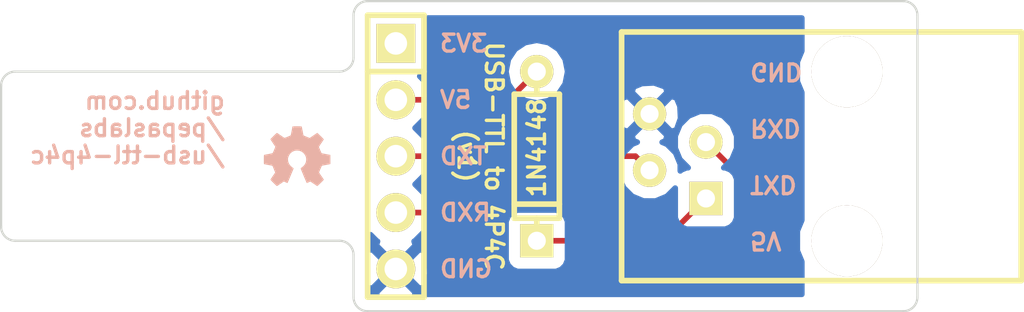
<source format=kicad_pcb>
(kicad_pcb (version 3) (host pcbnew "(22-Jun-2014 BZR 4027)-stable")

  (general
    (links 5)
    (no_connects 0)
    (area 156.159999 104.089999 197.535001 118.160001)
    (thickness 1.6)
    (drawings 27)
    (tracks 12)
    (zones 0)
    (modules 4)
    (nets 6)
  )

  (page A3)
  (layers
    (15 F.Cu signal)
    (2 Inner2.Cu signal)
    (1 Inner1.Cu signal)
    (0 B.Cu signal)
    (16 B.Adhes user)
    (17 F.Adhes user)
    (18 B.Paste user)
    (19 F.Paste user)
    (20 B.SilkS user)
    (21 F.SilkS user)
    (22 B.Mask user)
    (23 F.Mask user)
    (24 Dwgs.User user)
    (25 Cmts.User user)
    (26 Eco1.User user)
    (27 Eco2.User user)
    (28 Edge.Cuts user)
  )

  (setup
    (last_trace_width 0.254)
    (user_trace_width 0.254)
    (user_trace_width 0.508)
    (user_trace_width 0.762)
    (user_trace_width 1.016)
    (trace_clearance 0.254)
    (zone_clearance 0.508)
    (zone_45_only no)
    (trace_min 0.254)
    (segment_width 0.2)
    (edge_width 0.1)
    (via_size 0.889)
    (via_drill 0.635)
    (via_min_size 0.889)
    (via_min_drill 0.508)
    (uvia_size 0.508)
    (uvia_drill 0.127)
    (uvias_allowed no)
    (uvia_min_size 0.508)
    (uvia_min_drill 0.127)
    (pcb_text_width 0.3)
    (pcb_text_size 1.5 1.5)
    (mod_edge_width 0.254)
    (mod_text_size 1 1)
    (mod_text_width 0.15)
    (pad_size 0.8128 0.8128)
    (pad_drill 0.4064)
    (pad_to_mask_clearance 0)
    (aux_axis_origin 0 0)
    (visible_elements 7FFFFFFF)
    (pcbplotparams
      (layerselection 284196865)
      (usegerberextensions true)
      (excludeedgelayer true)
      (linewidth 0.150000)
      (plotframeref false)
      (viasonmask false)
      (mode 1)
      (useauxorigin false)
      (hpglpennumber 1)
      (hpglpenspeed 20)
      (hpglpendiameter 15)
      (hpglpenoverlay 2)
      (psnegative false)
      (psa4output false)
      (plotreference true)
      (plotvalue true)
      (plotothertext true)
      (plotinvisibletext false)
      (padsonsilk false)
      (subtractmaskfromsilk false)
      (outputformat 1)
      (mirror false)
      (drillshape 0)
      (scaleselection 1)
      (outputdirectory gerbers))
  )

  (net 0 "")
  (net 1 5V)
  (net 2 GND)
  (net 3 N-000006)
  (net 4 RXD)
  (net 5 TXD)

  (net_class Default "This is the default net class."
    (clearance 0.254)
    (trace_width 0.254)
    (via_dia 0.889)
    (via_drill 0.635)
    (uvia_dia 0.508)
    (uvia_drill 0.127)
    (add_net "")
    (add_net 5V)
    (add_net GND)
    (add_net N-000006)
    (add_net RXD)
    (add_net TXD)
  )

  (module SIL-5 (layer F.Cu) (tedit 5A6DDA2A) (tstamp 5AC4725F)
    (at 173.99 108.585 270)
    (descr "Connecteurs 1 pin")
    (tags "CONN DEV")
    (path /5AC4711A)
    (fp_text reference P1 (at 1.27 2.54 270) (layer F.SilkS) hide
      (effects (font (size 0.762 0.762) (thickness 0.1524)))
    )
    (fp_text value CONN_5X1 (at 1.27 -2.54 270) (layer F.SilkS) hide
      (effects (font (size 0.762 0.762) (thickness 0.1524)))
    )
    (fp_line (start -3.81 1.27) (end 8.89 1.27) (layer F.SilkS) (width 0.254))
    (fp_line (start -3.81 -1.27) (end 8.89 -1.27) (layer F.SilkS) (width 0.254))
    (fp_line (start -1.27 -1.27) (end -1.27 1.27) (layer F.SilkS) (width 0.254))
    (fp_line (start 8.89 -1.27) (end 8.89 1.27) (layer F.SilkS) (width 0.254))
    (fp_line (start -3.81 1.27) (end -3.81 -1.27) (layer F.SilkS) (width 0.254))
    (pad 1 thru_hole rect (at -2.54 0 270) (size 1.7526 1.7526) (drill 1.016)
      (layers *.Cu *.Mask F.SilkS)
    )
    (pad 2 thru_hole circle (at 0 0 270) (size 1.7526 1.7526) (drill 1.016)
      (layers *.Cu *.Mask F.SilkS)
      (net 1 5V)
    )
    (pad 3 thru_hole circle (at 2.54 0 270) (size 1.7526 1.7526) (drill 1.016)
      (layers *.Cu *.Mask F.SilkS)
      (net 5 TXD)
    )
    (pad 4 thru_hole circle (at 5.08 0 270) (size 1.7526 1.7526) (drill 1.016)
      (layers *.Cu *.Mask F.SilkS)
      (net 4 RXD)
    )
    (pad 5 thru_hole circle (at 7.62 0 270) (size 1.7526 1.7526) (drill 1.016)
      (layers *.Cu *.Mask F.SilkS)
      (net 2 GND)
    )
  )

  (module A-2004-3-4-LP-N-R_059A (layer F.Cu) (tedit 5AC569CC) (tstamp 5AC4726E)
    (at 187.96 113.03 90)
    (path /5AC4710B)
    (fp_text reference J1 (at 1.905 6.35 90) (layer F.SilkS) hide
      (effects (font (size 1.016 1.016) (thickness 0.2032)))
    )
    (fp_text value 4P4C (at 1.905 -4.572 90) (layer F.SilkS) hide
      (effects (font (size 0.762 0.762) (thickness 0.1524)))
    )
    (fp_text user 4P4C (at 1.905 4.445 90) (layer F.SilkS) hide
      (effects (font (size 1.016 1.016) (thickness 0.2032)))
    )
    (fp_line (start -3.7 -3.8) (end -3.7 14.2) (layer F.SilkS) (width 0.254))
    (fp_line (start 7.5 -3.8) (end 7.5 14.2) (layer F.SilkS) (width 0.254))
    (fp_line (start -3.7 -3.8) (end 7.5 -3.8) (layer F.SilkS) (width 0.254))
    (fp_line (start -3.7 14.2) (end 7.5 14.2) (layer F.SilkS) (width 0.254))
    (pad 2 thru_hole circle (at 1.27 -2.54 90) (size 1.4986 1.4986) (drill 0.8128)
      (layers *.Cu *.Mask F.SilkS)
      (net 5 TXD)
    )
    (pad 4 thru_hole circle (at 3.81 -2.54 90) (size 1.4986 1.4986) (drill 0.8128)
      (layers *.Cu *.Mask F.SilkS)
      (net 2 GND)
    )
    (pad 1 thru_hole rect (at 0 0 90) (size 1.4986 1.4986) (drill 0.8128)
      (layers *.Cu *.Mask F.SilkS)
      (net 3 N-000006)
    )
    (pad 3 thru_hole circle (at 2.54 0 90) (size 1.4986 1.4986) (drill 0.8128)
      (layers *.Cu *.Mask F.SilkS)
      (net 4 RXD)
    )
    (pad "" thru_hole circle (at 5.71 6.35 90) (size 3.2 3.2) (drill 3.2)
      (layers *.Cu *.Mask F.SilkS)
    )
    (pad "" thru_hole circle (at -1.91 6.35 90) (size 3.2 3.2) (drill 3.2)
      (layers *.Cu *.Mask F.SilkS)
    )
  )

  (module OSHW-logo_silkscreen-back_3mm (layer F.Cu) (tedit 0) (tstamp 5AC486DE)
    (at 169.545 111.125)
    (fp_text reference G*** (at 0 1.59004) (layer B.SilkS) hide
      (effects (font (size 0.13462 0.13462) (thickness 0.0254)))
    )
    (fp_text value OSHW-logo_silkscreen-back_3mm (at 0 -1.59004) (layer B.SilkS) hide
      (effects (font (size 0.13462 0.13462) (thickness 0.0254)))
    )
    (fp_poly (pts (xy 0.90932 1.3462) (xy 0.89154 1.33858) (xy 0.85852 1.31572) (xy 0.80772 1.2827)
      (xy 0.7493 1.2446) (xy 0.68834 1.20396) (xy 0.64008 1.17094) (xy 0.60452 1.14808)
      (xy 0.59182 1.14046) (xy 0.5842 1.143) (xy 0.55626 1.15824) (xy 0.51562 1.17856)
      (xy 0.49022 1.19126) (xy 0.45212 1.2065) (xy 0.43434 1.21158) (xy 0.4318 1.2065)
      (xy 0.41656 1.17602) (xy 0.39624 1.12776) (xy 0.3683 1.06172) (xy 0.33528 0.98552)
      (xy 0.29972 0.90424) (xy 0.2667 0.82042) (xy 0.23368 0.74168) (xy 0.2032 0.66802)
      (xy 0.18034 0.6096) (xy 0.1651 0.56896) (xy 0.15748 0.55118) (xy 0.16002 0.54864)
      (xy 0.1778 0.53086) (xy 0.21082 0.50546) (xy 0.28194 0.44704) (xy 0.35306 0.36068)
      (xy 0.39624 0.26162) (xy 0.40894 0.14986) (xy 0.39878 0.04826) (xy 0.35814 -0.04826)
      (xy 0.28956 -0.13716) (xy 0.20574 -0.2032) (xy 0.10922 -0.24384) (xy 0 -0.25654)
      (xy -0.10414 -0.24638) (xy -0.2032 -0.20574) (xy -0.2921 -0.1397) (xy -0.3302 -0.09652)
      (xy -0.381 -0.00508) (xy -0.41148 0.0889) (xy -0.41402 0.11176) (xy -0.40894 0.21844)
      (xy -0.37846 0.32004) (xy -0.32258 0.40894) (xy -0.24638 0.4826) (xy -0.23622 0.49022)
      (xy -0.20066 0.51816) (xy -0.17526 0.53594) (xy -0.15748 0.55118) (xy -0.2921 0.87376)
      (xy -0.31242 0.92456) (xy -0.35052 1.01346) (xy -0.381 1.08966) (xy -0.40894 1.15062)
      (xy -0.42672 1.19126) (xy -0.43434 1.2065) (xy -0.43434 1.2065) (xy -0.44704 1.20904)
      (xy -0.4699 1.20142) (xy -0.51562 1.17856) (xy -0.5461 1.16332) (xy -0.57912 1.14808)
      (xy -0.59436 1.14046) (xy -0.6096 1.14808) (xy -0.64262 1.1684) (xy -0.68834 1.20142)
      (xy -0.74676 1.23952) (xy -0.80264 1.27762) (xy -0.85344 1.31064) (xy -0.889 1.33604)
      (xy -0.90678 1.34366) (xy -0.90932 1.34366) (xy -0.9271 1.33604) (xy -0.95504 1.31064)
      (xy -0.99822 1.27) (xy -1.06172 1.20904) (xy -1.07188 1.19888) (xy -1.12268 1.14808)
      (xy -1.16332 1.10236) (xy -1.19126 1.07188) (xy -1.20142 1.05918) (xy -1.20142 1.05918)
      (xy -1.19126 1.0414) (xy -1.1684 1.0033) (xy -1.13538 0.9525) (xy -1.09474 0.89154)
      (xy -0.98806 0.7366) (xy -1.04648 0.59182) (xy -1.06426 0.5461) (xy -1.08712 0.49022)
      (xy -1.1049 0.45212) (xy -1.11252 0.43434) (xy -1.1303 0.42926) (xy -1.1684 0.4191)
      (xy -1.22682 0.40894) (xy -1.29794 0.39624) (xy -1.36398 0.38354) (xy -1.4224 0.37084)
      (xy -1.46558 0.36322) (xy -1.4859 0.36068) (xy -1.49098 0.3556) (xy -1.49352 0.34798)
      (xy -1.49606 0.32766) (xy -1.4986 0.28956) (xy -1.4986 0.23368) (xy -1.4986 0.14986)
      (xy -1.4986 0.14224) (xy -1.4986 0.0635) (xy -1.49606 0) (xy -1.49352 -0.0381)
      (xy -1.49098 -0.05588) (xy -1.49098 -0.05588) (xy -1.4732 -0.06096) (xy -1.43002 -0.06858)
      (xy -1.3716 -0.08128) (xy -1.30048 -0.09398) (xy -1.2954 -0.09398) (xy -1.22428 -0.10922)
      (xy -1.16586 -0.12192) (xy -1.12268 -0.12954) (xy -1.1049 -0.13716) (xy -1.10236 -0.14224)
      (xy -1.08712 -0.17018) (xy -1.0668 -0.21336) (xy -1.04394 -0.2667) (xy -1.02108 -0.32258)
      (xy -1.00076 -0.37338) (xy -0.98806 -0.40894) (xy -0.98298 -0.42672) (xy -0.98298 -0.42672)
      (xy -0.99314 -0.4445) (xy -1.01854 -0.48006) (xy -1.0541 -0.53086) (xy -1.09474 -0.59182)
      (xy -1.09728 -0.5969) (xy -1.13792 -0.65786) (xy -1.17094 -0.70866) (xy -1.1938 -0.74422)
      (xy -1.20142 -0.75946) (xy -1.20142 -0.762) (xy -1.18872 -0.77978) (xy -1.15824 -0.8128)
      (xy -1.11252 -0.85852) (xy -1.06172 -0.91186) (xy -1.04394 -0.9271) (xy -0.98552 -0.98552)
      (xy -0.94488 -1.02108) (xy -0.91948 -1.0414) (xy -0.90932 -1.04648) (xy -0.90678 -1.04648)
      (xy -0.889 -1.03632) (xy -0.8509 -1.01092) (xy -0.8001 -0.97536) (xy -0.73914 -0.93472)
      (xy -0.7366 -0.93218) (xy -0.67564 -0.89154) (xy -0.62484 -0.85598) (xy -0.58928 -0.83312)
      (xy -0.57404 -0.8255) (xy -0.5715 -0.8255) (xy -0.54864 -0.83058) (xy -0.50546 -0.84582)
      (xy -0.45212 -0.86614) (xy -0.39624 -0.889) (xy -0.34544 -0.90932) (xy -0.30988 -0.9271)
      (xy -0.2921 -0.93726) (xy -0.28956 -0.93726) (xy -0.28448 -0.96012) (xy -0.27432 -1.00584)
      (xy -0.26162 -1.0668) (xy -0.24638 -1.14046) (xy -0.24384 -1.15062) (xy -0.23114 -1.22428)
      (xy -0.22098 -1.2827) (xy -0.21082 -1.32334) (xy -0.20828 -1.34112) (xy -0.19812 -1.34112)
      (xy -0.16256 -1.34366) (xy -0.10922 -1.3462) (xy -0.04318 -1.3462) (xy 0.02286 -1.3462)
      (xy 0.0889 -1.3462) (xy 0.14478 -1.34366) (xy 0.18542 -1.34112) (xy 0.2032 -1.33604)
      (xy 0.2032 -1.33604) (xy 0.20828 -1.31318) (xy 0.21844 -1.27) (xy 0.23114 -1.2065)
      (xy 0.24638 -1.13284) (xy 0.24892 -1.12014) (xy 0.26162 -1.04902) (xy 0.27432 -0.9906)
      (xy 0.28194 -0.94996) (xy 0.28702 -0.93472) (xy 0.2921 -0.93218) (xy 0.32258 -0.91694)
      (xy 0.37084 -0.89916) (xy 0.42926 -0.87376) (xy 0.56642 -0.81788) (xy 0.73406 -0.93472)
      (xy 0.7493 -0.94488) (xy 0.81026 -0.98552) (xy 0.86106 -1.01854) (xy 0.89662 -1.0414)
      (xy 0.90932 -1.04902) (xy 0.91186 -1.04902) (xy 0.9271 -1.03378) (xy 0.96012 -1.0033)
      (xy 1.00584 -0.95758) (xy 1.05918 -0.90678) (xy 1.09982 -0.86614) (xy 1.14554 -0.82042)
      (xy 1.17348 -0.7874) (xy 1.19126 -0.76708) (xy 1.19634 -0.75438) (xy 1.1938 -0.74676)
      (xy 1.18364 -0.72898) (xy 1.15824 -0.69342) (xy 1.12522 -0.64008) (xy 1.08458 -0.58166)
      (xy 1.04902 -0.53086) (xy 1.01346 -0.47498) (xy 0.9906 -0.43434) (xy 0.98044 -0.41656)
      (xy 0.98298 -0.4064) (xy 0.99568 -0.37338) (xy 1.016 -0.32512) (xy 1.0414 -0.26416)
      (xy 1.09982 -0.13208) (xy 1.18618 -0.1143) (xy 1.23952 -0.10414) (xy 1.31318 -0.09144)
      (xy 1.3843 -0.0762) (xy 1.49606 -0.05588) (xy 1.4986 0.34798) (xy 1.48082 0.3556)
      (xy 1.46558 0.36068) (xy 1.42494 0.37084) (xy 1.36652 0.381) (xy 1.29794 0.3937)
      (xy 1.23698 0.4064) (xy 1.17856 0.41656) (xy 1.13538 0.42418) (xy 1.1176 0.42926)
      (xy 1.11252 0.43434) (xy 1.09728 0.46482) (xy 1.07696 0.51054) (xy 1.0541 0.56388)
      (xy 1.0287 0.6223) (xy 1.00838 0.6731) (xy 0.99314 0.71374) (xy 0.98806 0.73406)
      (xy 0.99568 0.7493) (xy 1.01854 0.78486) (xy 1.05156 0.83566) (xy 1.0922 0.89408)
      (xy 1.13284 0.9525) (xy 1.16586 1.0033) (xy 1.19126 1.03886) (xy 1.19888 1.05664)
      (xy 1.1938 1.0668) (xy 1.17094 1.09474) (xy 1.12776 1.14046) (xy 1.06172 1.2065)
      (xy 1.04902 1.21666) (xy 0.99822 1.26746) (xy 0.9525 1.3081) (xy 0.92202 1.33604)
      (xy 0.90932 1.3462)) (layer B.SilkS) (width 0.00254))
  )

  (module DIODE_SS_059A_03_PL (layer F.Cu) (tedit 5AC56A56) (tstamp 5AC568EC)
    (at 180.34 111.125 270)
    (descr "Small-signal diode, 0.3\"")
    (tags "DIODE DEV")
    (path /5AC56872)
    (fp_text reference D1 (at 0 -1.651 270) (layer F.SilkS) hide
      (effects (font (size 0.762 0.762) (thickness 0.1524)))
    )
    (fp_text value 1N4148 (at -0.381 0 270) (layer F.SilkS)
      (effects (font (size 0.762 0.762) (thickness 0.1524)))
    )
    (fp_line (start -2.794 0) (end -3.81 0) (layer F.SilkS) (width 0.254))
    (fp_line (start 2.794 0) (end 3.81 0) (layer F.SilkS) (width 0.254))
    (fp_line (start -2.794 1.016) (end 2.794 1.016) (layer F.SilkS) (width 0.254))
    (fp_line (start 2.794 -1.016) (end -2.794 -1.016) (layer F.SilkS) (width 0.254))
    (fp_line (start 2.159 -1.016) (end 2.159 1.016) (layer F.SilkS) (width 0.254))
    (fp_line (start 2.794 0) (end 2.794 -1.016) (layer F.SilkS) (width 0.254))
    (fp_line (start -2.794 -1.016) (end -2.794 0) (layer F.SilkS) (width 0.254))
    (fp_line (start -2.794 0) (end -2.794 1.016) (layer F.SilkS) (width 0.254))
    (fp_line (start 2.794 1.016) (end 2.794 0) (layer F.SilkS) (width 0.254))
    (pad 2 thru_hole rect (at 3.81 0 270) (size 1.4986 1.4986) (drill 0.8128)
      (layers *.Cu *.Mask F.SilkS)
      (net 3 N-000006)
    )
    (pad 1 thru_hole oval (at -3.81 0 270) (size 1.4986 1.4986) (drill 0.8128)
      (layers *.Cu *.Mask F.SilkS)
      (net 1 5V)
    )
    (model discret/diode.wrl
      (at (xyz 0 0 0))
      (scale (xyz 0.3 0.3 0.3))
      (rotate (xyz 0 0 0))
    )
  )

  (gr_text "USB-TTL to 4P4C\n(v1)" (at 177.8 111.125 270) (layer F.SilkS)
    (effects (font (size 0.762 0.762) (thickness 0.1524)))
  )
  (gr_line (start 172.72 104.14) (end 196.85 104.14) (angle 90) (layer Edge.Cuts) (width 0.1))
  (gr_line (start 196.85 118.11) (end 172.72 118.11) (angle 90) (layer Edge.Cuts) (width 0.1))
  (gr_text "github.com\n/pepaslabs\n/usb-ttl-4p4c" (at 166.37 109.855) (layer B.SilkS)
    (effects (font (size 0.762 0.762) (thickness 0.1524)) (justify left mirror))
  )
  (gr_text GND (at 189.865 107.315 180) (layer B.SilkS)
    (effects (font (size 0.762 0.762) (thickness 0.1524)) (justify left mirror))
  )
  (gr_text RXD (at 189.865 109.855 180) (layer B.SilkS)
    (effects (font (size 0.762 0.762) (thickness 0.1524)) (justify left mirror))
  )
  (gr_text TXD (at 189.865 112.395 180) (layer B.SilkS)
    (effects (font (size 0.762 0.762) (thickness 0.1524)) (justify left mirror))
  )
  (gr_text 5V (at 189.865 114.935 180) (layer B.SilkS)
    (effects (font (size 0.762 0.762) (thickness 0.1524)) (justify left mirror))
  )
  (gr_line (start 197.485 104.775) (end 197.485 117.475) (angle 90) (layer Edge.Cuts) (width 0.1))
  (gr_line (start 156.845 114.935) (end 171.45 114.935) (angle 90) (layer Edge.Cuts) (width 0.1))
  (gr_line (start 156.21 107.95) (end 156.21 114.3) (angle 90) (layer Edge.Cuts) (width 0.1))
  (gr_line (start 171.45 107.315) (end 156.845 107.315) (angle 90) (layer Edge.Cuts) (width 0.1))
  (gr_line (start 172.085 104.775) (end 172.085 106.68) (angle 90) (layer Edge.Cuts) (width 0.1))
  (gr_line (start 172.085 115.57) (end 172.085 117.475) (angle 90) (layer Edge.Cuts) (width 0.1))
  (gr_arc (start 171.45 106.68) (end 172.085 106.68) (angle 90) (layer Edge.Cuts) (width 0.1))
  (gr_arc (start 156.845 107.95) (end 156.21 107.95) (angle 90) (layer Edge.Cuts) (width 0.1))
  (gr_arc (start 156.845 114.3) (end 156.845 114.935) (angle 90) (layer Edge.Cuts) (width 0.1))
  (gr_arc (start 171.45 115.57) (end 171.45 114.935) (angle 90) (layer Edge.Cuts) (width 0.1))
  (gr_arc (start 172.72 117.475) (end 172.72 118.11) (angle 90) (layer Edge.Cuts) (width 0.1))
  (gr_arc (start 196.85 117.475) (end 197.485 117.475) (angle 90) (layer Edge.Cuts) (width 0.1))
  (gr_arc (start 196.85 104.775) (end 196.85 104.14) (angle 90) (layer Edge.Cuts) (width 0.1))
  (gr_arc (start 172.72 104.775) (end 172.085 104.775) (angle 90) (layer Edge.Cuts) (width 0.1))
  (gr_text GND (at 175.895 116.205) (layer B.SilkS)
    (effects (font (size 0.762 0.762) (thickness 0.1524)) (justify right mirror))
  )
  (gr_text RXD (at 175.895 113.665) (layer B.SilkS)
    (effects (font (size 0.762 0.762) (thickness 0.1524)) (justify right mirror))
  )
  (gr_text TXD (at 175.895 111.125) (layer B.SilkS)
    (effects (font (size 0.762 0.762) (thickness 0.1524)) (justify right mirror))
  )
  (gr_text 5V (at 175.895 108.585) (layer B.SilkS)
    (effects (font (size 0.762 0.762) (thickness 0.1524)) (justify right mirror))
  )
  (gr_text 3V3 (at 175.895 106.045) (layer B.SilkS)
    (effects (font (size 0.762 0.762) (thickness 0.1524)) (justify right mirror))
  )

  (segment (start 173.99 108.585) (end 179.07 108.585) (width 0.254) (layer F.Cu) (net 1) (status 400000))
  (segment (start 179.07 108.585) (end 180.34 107.315) (width 0.254) (layer F.Cu) (net 1) (tstamp 5AC56993) (status 800000))
  (segment (start 180.34 114.935) (end 186.055 114.935) (width 0.254) (layer F.Cu) (net 3) (status 400000))
  (segment (start 186.055 114.935) (end 187.96 113.03) (width 0.254) (layer F.Cu) (net 3) (tstamp 5AC56999) (status 800000))
  (segment (start 173.99 113.665) (end 175.26 113.665) (width 0.254) (layer F.Cu) (net 4) (status 400000))
  (segment (start 189.865 112.395) (end 187.96 110.49) (width 0.254) (layer F.Cu) (net 4) (tstamp 5AC569A7) (status 800000))
  (segment (start 189.865 114.3) (end 189.865 112.395) (width 0.254) (layer F.Cu) (net 4) (tstamp 5AC569A5))
  (segment (start 187.325 116.84) (end 189.865 114.3) (width 0.254) (layer F.Cu) (net 4) (tstamp 5AC569A3))
  (segment (start 178.435 116.84) (end 187.325 116.84) (width 0.254) (layer F.Cu) (net 4) (tstamp 5AC569A0))
  (segment (start 175.26 113.665) (end 178.435 116.84) (width 0.254) (layer F.Cu) (net 4) (tstamp 5AC5699D))
  (segment (start 173.99 111.125) (end 184.785 111.125) (width 0.254) (layer F.Cu) (net 5))
  (segment (start 184.785 111.125) (end 185.42 111.76) (width 0.254) (layer F.Cu) (net 5) (tstamp 5AC47AD6))

  (zone (net 2) (net_name GND) (layer B.Cu) (tstamp 5AC47BD2) (hatch edge 0.508)
    (connect_pads (clearance 0.508))
    (min_thickness 0.254)
    (fill (arc_segments 16) (thermal_gap 0.508) (thermal_bridge_width 0.508))
    (polygon
      (pts
        (xy 192.405 117.475) (xy 172.72 117.475) (xy 172.72 104.775) (xy 192.405 104.775)
      )
    )
    (filled_polygon
      (pts
        (xy 192.278 117.348) (xy 189.34454 117.348) (xy 189.34454 110.215854) (xy 189.134237 109.706881) (xy 188.745167 109.317132)
        (xy 188.236562 109.105941) (xy 187.685854 109.10546) (xy 187.176881 109.315763) (xy 186.816502 109.675514) (xy 186.816502 109.424662)
        (xy 186.78852 108.874665) (xy 186.631878 108.496499) (xy 186.39101 108.428595) (xy 186.211405 108.6082) (xy 186.211405 108.24899)
        (xy 186.143501 108.008122) (xy 185.624662 107.823498) (xy 185.074665 107.85148) (xy 184.696499 108.008122) (xy 184.628595 108.24899)
        (xy 185.42 109.040395) (xy 186.211405 108.24899) (xy 186.211405 108.6082) (xy 185.599605 109.22) (xy 186.39101 110.011405)
        (xy 186.631878 109.943501) (xy 186.816502 109.424662) (xy 186.816502 109.675514) (xy 186.787132 109.704833) (xy 186.575941 110.213438)
        (xy 186.57546 110.764146) (xy 186.785763 111.273119) (xy 187.157585 111.64559) (xy 187.084945 111.64559) (xy 186.851471 111.742059)
        (xy 186.804275 111.789172) (xy 186.80454 111.485854) (xy 186.594237 110.976881) (xy 186.205167 110.587132) (xy 185.987195 110.496622)
        (xy 186.143501 110.431878) (xy 186.211405 110.19101) (xy 185.42 109.399605) (xy 185.240395 109.57921) (xy 185.240395 109.22)
        (xy 184.44899 108.428595) (xy 184.208122 108.496499) (xy 184.023498 109.015338) (xy 184.05148 109.565335) (xy 184.208122 109.943501)
        (xy 184.44899 110.011405) (xy 185.240395 109.22) (xy 185.240395 109.57921) (xy 184.628595 110.19101) (xy 184.696499 110.431878)
        (xy 184.864569 110.491684) (xy 184.636881 110.585763) (xy 184.247132 110.974833) (xy 184.035941 111.483438) (xy 184.03546 112.034146)
        (xy 184.245763 112.543119) (xy 184.634833 112.932868) (xy 185.143438 113.144059) (xy 185.694146 113.14454) (xy 186.203119 112.934237)
        (xy 186.57559 112.562414) (xy 186.57559 113.905055) (xy 186.672059 114.138529) (xy 186.850532 114.317313) (xy 187.083836 114.414189)
        (xy 187.336455 114.41441) (xy 188.835055 114.41441) (xy 189.068529 114.317941) (xy 189.247313 114.139468) (xy 189.344189 113.906164)
        (xy 189.34441 113.653545) (xy 189.34441 112.154945) (xy 189.247941 111.921471) (xy 189.069468 111.742687) (xy 188.836164 111.645811)
        (xy 188.761642 111.645745) (xy 189.132868 111.275167) (xy 189.344059 110.766562) (xy 189.34454 110.215854) (xy 189.34454 117.348)
        (xy 181.72441 117.348) (xy 181.72441 115.558545) (xy 181.72441 114.059945) (xy 181.7243 114.059678) (xy 181.7243 107.34212)
        (xy 181.7243 107.28788) (xy 181.618926 106.758131) (xy 181.318848 106.309032) (xy 180.869749 106.008954) (xy 180.34 105.90358)
        (xy 179.810251 106.008954) (xy 179.361152 106.309032) (xy 179.061074 106.758131) (xy 178.9557 107.28788) (xy 178.9557 107.34212)
        (xy 179.061074 107.871869) (xy 179.361152 108.320968) (xy 179.810251 108.621046) (xy 180.34 108.72642) (xy 180.869749 108.621046)
        (xy 181.318848 108.320968) (xy 181.618926 107.871869) (xy 181.7243 107.34212) (xy 181.7243 114.059678) (xy 181.627941 113.826471)
        (xy 181.449468 113.647687) (xy 181.216164 113.550811) (xy 180.963545 113.55059) (xy 179.464945 113.55059) (xy 179.231471 113.647059)
        (xy 179.052687 113.825532) (xy 178.955811 114.058836) (xy 178.95559 114.311455) (xy 178.95559 115.810055) (xy 179.052059 116.043529)
        (xy 179.230532 116.222313) (xy 179.463836 116.319189) (xy 179.716455 116.31941) (xy 181.215055 116.31941) (xy 181.448529 116.222941)
        (xy 181.627313 116.044468) (xy 181.724189 115.811164) (xy 181.72441 115.558545) (xy 181.72441 117.348) (xy 175.512882 117.348)
        (xy 175.512882 116.440003) (xy 175.486891 115.839332) (xy 175.307027 115.405104) (xy 175.053001 115.321604) (xy 174.169605 116.205)
        (xy 175.053001 117.088396) (xy 175.307027 117.004896) (xy 175.512882 116.440003) (xy 175.512882 117.348) (xy 174.847099 117.348)
        (xy 174.873396 117.268001) (xy 173.99 116.384605) (xy 173.106604 117.268001) (xy 173.1329 117.348) (xy 172.847 117.348)
        (xy 172.847 117.062099) (xy 172.926999 117.088396) (xy 173.810395 116.205) (xy 172.926999 115.321604) (xy 172.847 115.3479)
        (xy 172.847 114.659171) (xy 173.1328 114.945471) (xy 173.166591 114.959502) (xy 173.106604 115.141999) (xy 173.99 116.025395)
        (xy 174.873396 115.141999) (xy 174.813553 114.959943) (xy 174.844964 114.946965) (xy 175.270471 114.5222) (xy 175.501037 113.966935)
        (xy 175.501562 113.365703) (xy 175.271965 112.810036) (xy 174.857301 112.394648) (xy 175.270471 111.9822) (xy 175.501037 111.426935)
        (xy 175.501562 110.825703) (xy 175.271965 110.270036) (xy 174.857301 109.854648) (xy 175.270471 109.4422) (xy 175.501037 108.886935)
        (xy 175.501562 108.285703) (xy 175.271965 107.730036) (xy 175.067516 107.52523) (xy 175.225529 107.459941) (xy 175.404313 107.281468)
        (xy 175.501189 107.048164) (xy 175.50141 106.795545) (xy 175.50141 105.042945) (xy 175.443173 104.902) (xy 192.278 104.902)
        (xy 192.278 106.385538) (xy 192.075389 106.873481) (xy 192.074613 107.762619) (xy 192.278 108.254852) (xy 192.278 114.005538)
        (xy 192.075389 114.493481) (xy 192.074613 115.382619) (xy 192.278 115.874852) (xy 192.278 117.348)
      )
    )
  )
)

</source>
